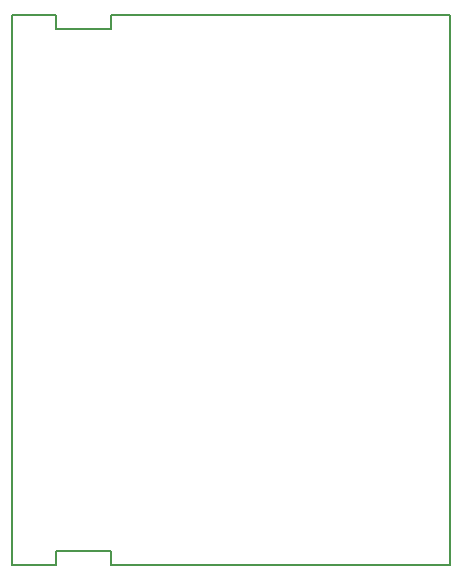
<source format=gko>
G04 #@! TF.GenerationSoftware,KiCad,Pcbnew,(2017-12-21 revision 23d71cfa9)-makepkg*
G04 #@! TF.CreationDate,2018-06-03T17:46:53-04:00*
G04 #@! TF.ProjectId,OdysseyDaughterCardSpotGenerator,4F647973736579446175676874657243,0.1*
G04 #@! TF.SameCoordinates,Original*
G04 #@! TF.FileFunction,Profile,NP*
%FSLAX46Y46*%
G04 Gerber Fmt 4.6, Leading zero omitted, Abs format (unit mm)*
G04 Created by KiCad (PCBNEW (2017-12-21 revision 23d71cfa9)-makepkg) date 06/03/18 17:46:53*
%MOMM*%
%LPD*%
G01*
G04 APERTURE LIST*
%ADD10C,0.150000*%
G04 APERTURE END LIST*
D10*
X159512000Y-77700000D02*
X159512000Y-124300000D01*
X126175000Y-77700000D02*
X122425000Y-77700000D01*
X126175000Y-78900000D02*
X126175000Y-77700000D01*
X130775000Y-78900000D02*
X126175000Y-78900000D01*
X130775000Y-77700000D02*
X130775000Y-78900000D01*
X159512000Y-77700000D02*
X130775000Y-77700000D01*
X130775000Y-124300000D02*
X159512000Y-124300000D01*
X130775000Y-123100000D02*
X130775000Y-124300000D01*
X126175000Y-123100000D02*
X130775000Y-123100000D01*
X126175000Y-124300000D02*
X126175000Y-123100000D01*
X122425000Y-124300000D02*
X126175000Y-124300000D01*
X122425000Y-124300000D02*
X122425000Y-77700000D01*
M02*

</source>
